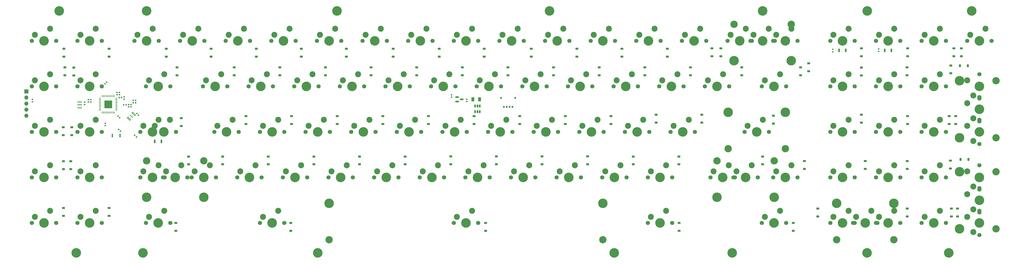
<source format=gbr>
%TF.GenerationSoftware,KiCad,Pcbnew,7.0.2*%
%TF.CreationDate,2023-07-13T16:44:56+10:00*%
%TF.ProjectId,W1-AT PCB,57312d41-5420-4504-9342-2e6b69636164,rev?*%
%TF.SameCoordinates,Original*%
%TF.FileFunction,Soldermask,Bot*%
%TF.FilePolarity,Negative*%
%FSLAX46Y46*%
G04 Gerber Fmt 4.6, Leading zero omitted, Abs format (unit mm)*
G04 Created by KiCad (PCBNEW 7.0.2) date 2023-07-13 16:44:56*
%MOMM*%
%LPD*%
G01*
G04 APERTURE LIST*
G04 Aperture macros list*
%AMRoundRect*
0 Rectangle with rounded corners*
0 $1 Rounding radius*
0 $2 $3 $4 $5 $6 $7 $8 $9 X,Y pos of 4 corners*
0 Add a 4 corners polygon primitive as box body*
4,1,4,$2,$3,$4,$5,$6,$7,$8,$9,$2,$3,0*
0 Add four circle primitives for the rounded corners*
1,1,$1+$1,$2,$3*
1,1,$1+$1,$4,$5*
1,1,$1+$1,$6,$7*
1,1,$1+$1,$8,$9*
0 Add four rect primitives between the rounded corners*
20,1,$1+$1,$2,$3,$4,$5,0*
20,1,$1+$1,$4,$5,$6,$7,0*
20,1,$1+$1,$6,$7,$8,$9,0*
20,1,$1+$1,$8,$9,$2,$3,0*%
G04 Aperture macros list end*
%ADD10C,1.750000*%
%ADD11C,4.000000*%
%ADD12C,2.500000*%
%ADD13C,3.048000*%
%ADD14C,3.987800*%
%ADD15RoundRect,0.225000X0.375000X-0.225000X0.375000X0.225000X-0.375000X0.225000X-0.375000X-0.225000X0*%
%ADD16RoundRect,0.250000X-0.375000X-0.625000X0.375000X-0.625000X0.375000X0.625000X-0.375000X0.625000X0*%
%ADD17RoundRect,0.225000X-0.375000X0.225000X-0.375000X-0.225000X0.375000X-0.225000X0.375000X0.225000X0*%
%ADD18RoundRect,0.150000X-0.150000X-0.275000X0.150000X-0.275000X0.150000X0.275000X-0.150000X0.275000X0*%
%ADD19RoundRect,0.175000X-0.175000X-0.225000X0.175000X-0.225000X0.175000X0.225000X-0.175000X0.225000X0*%
%ADD20RoundRect,0.050000X0.050000X-0.387500X0.050000X0.387500X-0.050000X0.387500X-0.050000X-0.387500X0*%
%ADD21RoundRect,0.050000X0.387500X-0.050000X0.387500X0.050000X-0.387500X0.050000X-0.387500X-0.050000X0*%
%ADD22RoundRect,0.144000X1.456000X-1.456000X1.456000X1.456000X-1.456000X1.456000X-1.456000X-1.456000X0*%
%ADD23RoundRect,0.135000X0.135000X0.185000X-0.135000X0.185000X-0.135000X-0.185000X0.135000X-0.185000X0*%
%ADD24R,1.700000X1.700000*%
%ADD25O,1.700000X1.700000*%
%ADD26RoundRect,0.135000X-0.226274X-0.035355X-0.035355X-0.226274X0.226274X0.035355X0.035355X0.226274X0*%
%ADD27RoundRect,0.140000X-0.170000X0.140000X-0.170000X-0.140000X0.170000X-0.140000X0.170000X0.140000X0*%
%ADD28RoundRect,0.150000X0.150000X-0.600000X0.150000X0.600000X-0.150000X0.600000X-0.150000X-0.600000X0*%
%ADD29RoundRect,0.225000X-0.225000X-0.375000X0.225000X-0.375000X0.225000X0.375000X-0.225000X0.375000X0*%
%ADD30RoundRect,0.135000X-0.185000X0.135000X-0.185000X-0.135000X0.185000X-0.135000X0.185000X0.135000X0*%
%ADD31RoundRect,0.140000X-0.140000X-0.170000X0.140000X-0.170000X0.140000X0.170000X-0.140000X0.170000X0*%
%ADD32RoundRect,0.140000X-0.219203X-0.021213X-0.021213X-0.219203X0.219203X0.021213X0.021213X0.219203X0*%
%ADD33RoundRect,0.140000X0.170000X-0.140000X0.170000X0.140000X-0.170000X0.140000X-0.170000X-0.140000X0*%
%ADD34RoundRect,0.135000X0.226274X0.035355X0.035355X0.226274X-0.226274X-0.035355X-0.035355X-0.226274X0*%
%ADD35RoundRect,0.150000X0.150000X-0.475000X0.150000X0.475000X-0.150000X0.475000X-0.150000X-0.475000X0*%
%ADD36RoundRect,0.137500X-0.137500X-0.612500X0.137500X-0.612500X0.137500X0.612500X-0.137500X0.612500X0*%
%ADD37RoundRect,0.140000X0.021213X-0.219203X0.219203X-0.021213X-0.021213X0.219203X-0.219203X0.021213X0*%
%ADD38RoundRect,0.135000X0.185000X-0.135000X0.185000X0.135000X-0.185000X0.135000X-0.185000X-0.135000X0*%
%ADD39RoundRect,0.150000X-0.587500X-0.150000X0.587500X-0.150000X0.587500X0.150000X-0.587500X0.150000X0*%
%ADD40O,1.900000X0.400000*%
%ADD41RoundRect,0.100000X0.850000X-0.100000X0.850000X0.100000X-0.850000X0.100000X-0.850000X-0.100000X0*%
%ADD42RoundRect,0.075000X-0.318198X-0.212132X-0.212132X-0.318198X0.318198X0.212132X0.212132X0.318198X0*%
%ADD43RoundRect,0.062500X0.494975X-0.583363X0.583363X-0.494975X-0.494975X0.583363X-0.583363X0.494975X0*%
G04 APERTURE END LIST*
D10*
%TO.C,SW2*%
X112395000Y-42862500D03*
D11*
X117475000Y-42862500D03*
D10*
X122555000Y-42862500D03*
D12*
X113665000Y-40322500D03*
X120015000Y-37782500D03*
%TD*%
D10*
%TO.C,SW56*%
X355282500Y-61912500D03*
D11*
X360362500Y-61912500D03*
D10*
X365442500Y-61912500D03*
D12*
X356552500Y-59372500D03*
X362902500Y-56832500D03*
%TD*%
D13*
%TO.C,S1*%
X160305750Y-93027500D03*
D14*
X160305750Y-108237500D03*
D13*
X184181750Y-93027500D03*
D14*
X184181750Y-108237500D03*
%TD*%
D10*
%TO.C,SW33*%
X236220000Y-100012500D03*
D11*
X241300000Y-100012500D03*
D10*
X246380000Y-100012500D03*
D12*
X237490000Y-97472500D03*
X243840000Y-94932500D03*
%TD*%
D10*
%TO.C,SW49*%
X321945000Y-80962500D03*
D11*
X327025000Y-80962500D03*
D10*
X332105000Y-80962500D03*
D12*
X323215000Y-78422500D03*
X329565000Y-75882500D03*
%TD*%
D10*
%TO.C,SW78*%
X508000000Y-124142500D03*
D11*
X508000000Y-119062500D03*
D10*
X508000000Y-113982500D03*
D12*
X505460000Y-122872500D03*
X502920000Y-116522500D03*
%TD*%
D13*
%TO.C,S4*%
X405574500Y-35877500D03*
D14*
X405574500Y-51087500D03*
D13*
X429450500Y-35877500D03*
D14*
X429450500Y-51087500D03*
%TD*%
D10*
%TO.C,SW63*%
X369570000Y-119062500D03*
D11*
X374650000Y-119062500D03*
D10*
X379730000Y-119062500D03*
D12*
X370840000Y-116522500D03*
X377190000Y-113982500D03*
%TD*%
D10*
%TO.C,SW51*%
X326707500Y-42862500D03*
D11*
X331787500Y-42862500D03*
D10*
X336867500Y-42862500D03*
D12*
X327977500Y-40322500D03*
X334327500Y-37782500D03*
%TD*%
D10*
%TO.C,SW52*%
X336232500Y-61912500D03*
D11*
X341312500Y-61912500D03*
D10*
X346392500Y-61912500D03*
D12*
X337502500Y-59372500D03*
X343852500Y-56832500D03*
%TD*%
D10*
%TO.C,SW7*%
X131445000Y-42862500D03*
D11*
X136525000Y-42862500D03*
D10*
X141605000Y-42862500D03*
D12*
X132715000Y-40322500D03*
X139065000Y-37782500D03*
%TD*%
D11*
%TO.C,H5*%
X231769670Y-131570001D03*
%TD*%
%TO.C,H2*%
X461149670Y-131575379D03*
%TD*%
D10*
%TO.C,SW97*%
X455295000Y-119062500D03*
D11*
X460375000Y-119062500D03*
D10*
X465455000Y-119062500D03*
D12*
X456565000Y-116522500D03*
X462915000Y-113982500D03*
%TD*%
D10*
%TO.C,SW70*%
X417195000Y-61912500D03*
D11*
X422275000Y-61912500D03*
D10*
X427355000Y-61912500D03*
D12*
X418465000Y-59372500D03*
X424815000Y-56832500D03*
%TD*%
D10*
%TO.C,SW30*%
X231457500Y-42862500D03*
D11*
X236537500Y-42862500D03*
D10*
X241617500Y-42862500D03*
D12*
X232727500Y-40322500D03*
X239077500Y-37782500D03*
%TD*%
D10*
%TO.C,SW37*%
X255270000Y-100012500D03*
D11*
X260350000Y-100012500D03*
D10*
X265430000Y-100012500D03*
D12*
X256540000Y-97472500D03*
X262890000Y-94932500D03*
%TD*%
D10*
%TO.C,SW81*%
X483870000Y-80962500D03*
D11*
X488950000Y-80962500D03*
D10*
X494030000Y-80962500D03*
D12*
X485140000Y-78422500D03*
X491490000Y-75882500D03*
%TD*%
D10*
%TO.C,SW14*%
X162401250Y-80962500D03*
D11*
X167481250Y-80962500D03*
D10*
X172561250Y-80962500D03*
D12*
X163671250Y-78422500D03*
X170021250Y-75882500D03*
%TD*%
D11*
%TO.C,H7*%
X461169670Y-30340001D03*
%TD*%
D10*
%TO.C,SW31*%
X240982500Y-61912500D03*
D11*
X246062500Y-61912500D03*
D10*
X251142500Y-61912500D03*
D12*
X242252500Y-59372500D03*
X248602500Y-56832500D03*
%TD*%
D10*
%TO.C,SW40*%
X279082500Y-61912500D03*
D11*
X284162500Y-61912500D03*
D10*
X289242500Y-61912500D03*
D12*
X280352500Y-59372500D03*
X286702500Y-56832500D03*
%TD*%
D10*
%TO.C,SW6*%
X112395000Y-119062500D03*
D11*
X117475000Y-119062500D03*
D10*
X122555000Y-119062500D03*
D12*
X113665000Y-116522500D03*
X120015000Y-113982500D03*
%TD*%
D10*
%TO.C,SW93*%
X445770000Y-80962500D03*
D11*
X450850000Y-80962500D03*
D10*
X455930000Y-80962500D03*
D12*
X447040000Y-78422500D03*
X453390000Y-75882500D03*
%TD*%
D10*
%TO.C,SW19*%
X188595000Y-80962500D03*
D11*
X193675000Y-80962500D03*
D10*
X198755000Y-80962500D03*
D12*
X189865000Y-78422500D03*
X196215000Y-75882500D03*
%TD*%
D10*
%TO.C,SW92*%
X395763750Y-100012500D03*
D11*
X400843750Y-100012500D03*
D10*
X405923750Y-100012500D03*
D12*
X397033750Y-97472500D03*
X403383750Y-94932500D03*
%TD*%
D10*
%TO.C,SW18*%
X183832500Y-61912500D03*
D11*
X188912500Y-61912500D03*
D10*
X193992500Y-61912500D03*
D12*
X185102500Y-59372500D03*
X191452500Y-56832500D03*
%TD*%
D10*
%TO.C,SW58*%
X350520000Y-100012500D03*
D11*
X355600000Y-100012500D03*
D10*
X360680000Y-100012500D03*
D12*
X351790000Y-97472500D03*
X358140000Y-94932500D03*
%TD*%
D10*
%TO.C,SW3*%
X112395000Y-61912500D03*
D11*
X117475000Y-61912500D03*
D10*
X122555000Y-61912500D03*
D12*
X113665000Y-59372500D03*
X120015000Y-56832500D03*
%TD*%
D10*
%TO.C,SW83*%
X464820000Y-119062500D03*
D11*
X469900000Y-119062500D03*
D10*
X474980000Y-119062500D03*
D12*
X466090000Y-116522500D03*
X472440000Y-113982500D03*
%TD*%
D11*
%TO.C,H10*%
X355579670Y-131580001D03*
%TD*%
%TO.C,H11*%
X123819670Y-30315379D03*
%TD*%
D10*
%TO.C,SW41*%
X283845000Y-80962500D03*
D11*
X288925000Y-80962500D03*
D10*
X294005000Y-80962500D03*
D12*
X285115000Y-78422500D03*
X291465000Y-75882500D03*
%TD*%
D10*
%TO.C,SW16*%
X160020000Y-119062500D03*
D11*
X165100000Y-119062500D03*
D10*
X170180000Y-119062500D03*
D12*
X161290000Y-116522500D03*
X167640000Y-113982500D03*
%TD*%
D10*
%TO.C,SW45*%
X302895000Y-80962500D03*
D11*
X307975000Y-80962500D03*
D10*
X313055000Y-80962500D03*
D12*
X304165000Y-78422500D03*
X310515000Y-75882500D03*
%TD*%
D10*
%TO.C,SW44*%
X298132500Y-61912500D03*
D11*
X303212500Y-61912500D03*
D10*
X308292500Y-61912500D03*
D12*
X299402500Y-59372500D03*
X305752500Y-56832500D03*
%TD*%
D10*
%TO.C,SW24*%
X207645000Y-80962500D03*
D11*
X212725000Y-80962500D03*
D10*
X217805000Y-80962500D03*
D12*
X208915000Y-78422500D03*
X215265000Y-75882500D03*
%TD*%
D10*
%TO.C,SW35*%
X260032500Y-61912500D03*
D11*
X265112500Y-61912500D03*
D10*
X270192500Y-61912500D03*
D12*
X261302500Y-59372500D03*
X267652500Y-56832500D03*
%TD*%
D10*
%TO.C,SW10*%
X131445000Y-100012500D03*
D11*
X136525000Y-100012500D03*
D10*
X141605000Y-100012500D03*
D12*
X132715000Y-97472500D03*
X139065000Y-94932500D03*
%TD*%
D13*
%TO.C,S8*%
X514985000Y-59499500D03*
D14*
X499775000Y-59499500D03*
D13*
X514985000Y-83375500D03*
D14*
X499775000Y-83375500D03*
%TD*%
D10*
%TO.C,SW48*%
X317182500Y-61912500D03*
D11*
X322262500Y-61912500D03*
D10*
X327342500Y-61912500D03*
D12*
X318452500Y-59372500D03*
X324802500Y-56832500D03*
%TD*%
D10*
%TO.C,SW68*%
X405288750Y-100012500D03*
D11*
X410368750Y-100012500D03*
D10*
X415448750Y-100012500D03*
D12*
X406558750Y-97472500D03*
X412908750Y-94932500D03*
%TD*%
D10*
%TO.C,SW84*%
X502920000Y-42862500D03*
D11*
X508000000Y-42862500D03*
D10*
X513080000Y-42862500D03*
D12*
X504190000Y-40322500D03*
X510540000Y-37782500D03*
%TD*%
D13*
%TO.C,S5*%
X427037500Y-87947500D03*
D14*
X427037500Y-72737500D03*
D13*
X403161500Y-87947500D03*
D14*
X403161500Y-72737500D03*
%TD*%
D10*
%TO.C,SW77*%
X464820000Y-100012500D03*
D11*
X469900000Y-100012500D03*
D10*
X474980000Y-100012500D03*
D12*
X466090000Y-97472500D03*
X472440000Y-94932500D03*
%TD*%
D10*
%TO.C,SW74*%
X464820000Y-42862500D03*
D11*
X469900000Y-42862500D03*
D10*
X474980000Y-42862500D03*
D12*
X466090000Y-40322500D03*
X472440000Y-37782500D03*
%TD*%
D10*
%TO.C,SW86*%
X508000000Y-86042500D03*
D11*
X508000000Y-80962500D03*
D10*
X508000000Y-75882500D03*
D12*
X505460000Y-84772500D03*
X502920000Y-78422500D03*
%TD*%
D13*
%TO.C,S6*%
X398430750Y-93027500D03*
D14*
X398430750Y-108237500D03*
D13*
X422306750Y-93027500D03*
D14*
X422306750Y-108237500D03*
%TD*%
D10*
%TO.C,SW75*%
X464820000Y-61912500D03*
D11*
X469900000Y-61912500D03*
D10*
X474980000Y-61912500D03*
D12*
X466090000Y-59372500D03*
X472440000Y-56832500D03*
%TD*%
D10*
%TO.C,SW54*%
X331470000Y-100012500D03*
D11*
X336550000Y-100012500D03*
D10*
X341630000Y-100012500D03*
D12*
X332740000Y-97472500D03*
X339090000Y-94932500D03*
%TD*%
D13*
%TO.C,S7*%
X472313000Y-126047500D03*
D14*
X472313000Y-110837500D03*
D13*
X448437000Y-126047500D03*
D14*
X448437000Y-110837500D03*
%TD*%
D10*
%TO.C,SW50*%
X312420000Y-100012500D03*
D11*
X317500000Y-100012500D03*
D10*
X322580000Y-100012500D03*
D12*
X313690000Y-97472500D03*
X320040000Y-94932500D03*
%TD*%
D11*
%TO.C,H3*%
X130949670Y-131570001D03*
%TD*%
D10*
%TO.C,SW42*%
X274320000Y-100012500D03*
D11*
X279400000Y-100012500D03*
D10*
X284480000Y-100012500D03*
D12*
X275590000Y-97472500D03*
X281940000Y-94932500D03*
%TD*%
D10*
%TO.C,SW28*%
X226695000Y-80962500D03*
D11*
X231775000Y-80962500D03*
D10*
X236855000Y-80962500D03*
D12*
X227965000Y-78422500D03*
X234315000Y-75882500D03*
%TD*%
D10*
%TO.C,SW23*%
X202882500Y-61912500D03*
D11*
X207962500Y-61912500D03*
D10*
X213042500Y-61912500D03*
D12*
X204152500Y-59372500D03*
X210502500Y-56832500D03*
%TD*%
D10*
%TO.C,SW38*%
X288607500Y-119045597D03*
D11*
X293687500Y-119045597D03*
D10*
X298767500Y-119045597D03*
D12*
X289877500Y-116505597D03*
X296227500Y-113965597D03*
%TD*%
D10*
%TO.C,SW20*%
X179070000Y-100012500D03*
D11*
X184150000Y-100012500D03*
D10*
X189230000Y-100012500D03*
D12*
X180340000Y-97472500D03*
X186690000Y-94932500D03*
%TD*%
D10*
%TO.C,SW47*%
X307657500Y-42862500D03*
D11*
X312737500Y-42862500D03*
D10*
X317817500Y-42862500D03*
D12*
X308927500Y-40322500D03*
X315277500Y-37782500D03*
%TD*%
D10*
%TO.C,SW73*%
X417195000Y-119062500D03*
D11*
X422275000Y-119062500D03*
D10*
X427355000Y-119062500D03*
D12*
X418465000Y-116522500D03*
X424815000Y-113982500D03*
%TD*%
D10*
%TO.C,SW87*%
X508000000Y-114617500D03*
D11*
X508000000Y-109537500D03*
D10*
X508000000Y-104457500D03*
D12*
X505460000Y-113347500D03*
X502920000Y-106997500D03*
%TD*%
D10*
%TO.C,SW12*%
X155257500Y-42862500D03*
D11*
X160337500Y-42862500D03*
D10*
X165417500Y-42862500D03*
D12*
X156527500Y-40322500D03*
X162877500Y-37782500D03*
%TD*%
D11*
%TO.C,H8*%
X495284972Y-131565379D03*
%TD*%
D10*
%TO.C,SW62*%
X369570000Y-100012500D03*
D11*
X374650000Y-100012500D03*
D10*
X379730000Y-100012500D03*
D12*
X370840000Y-97472500D03*
X377190000Y-94932500D03*
%TD*%
D11*
%TO.C,H9*%
X404804972Y-131565379D03*
%TD*%
D10*
%TO.C,SW22*%
X193357500Y-42862500D03*
D11*
X198437500Y-42862500D03*
D10*
X203517500Y-42862500D03*
D12*
X194627500Y-40322500D03*
X200977500Y-37782500D03*
%TD*%
D10*
%TO.C,SW89*%
X157638750Y-80962500D03*
D11*
X162718750Y-80962500D03*
D10*
X167798750Y-80962500D03*
D12*
X158908750Y-78422500D03*
X165258750Y-75882500D03*
%TD*%
D11*
%TO.C,H14*%
X504809670Y-30330001D03*
%TD*%
D10*
%TO.C,SW76*%
X464820000Y-80962500D03*
D11*
X469900000Y-80962500D03*
D10*
X474980000Y-80962500D03*
D12*
X466090000Y-78422500D03*
X472440000Y-75882500D03*
%TD*%
D11*
%TO.C,H1*%
X417499670Y-30320001D03*
%TD*%
D10*
%TO.C,SW21*%
X207645000Y-119062500D03*
D11*
X212725000Y-119062500D03*
D10*
X217805000Y-119062500D03*
D12*
X208915000Y-116522500D03*
X215265000Y-113982500D03*
%TD*%
D10*
%TO.C,SW82*%
X483870000Y-100012500D03*
D11*
X488950000Y-100012500D03*
D10*
X494030000Y-100012500D03*
D12*
X485140000Y-97472500D03*
X491490000Y-94932500D03*
%TD*%
D13*
%TO.C,S9*%
X514985000Y-97599500D03*
D14*
X499775000Y-97599500D03*
D13*
X514985000Y-121475500D03*
D14*
X499775000Y-121475500D03*
%TD*%
D10*
%TO.C,SW91*%
X445770000Y-61912500D03*
D11*
X450850000Y-61912500D03*
D10*
X455930000Y-61912500D03*
D12*
X447040000Y-59372500D03*
X453390000Y-56832500D03*
%TD*%
D10*
%TO.C,SW65*%
X393382500Y-61912500D03*
D11*
X398462500Y-61912500D03*
D10*
X403542500Y-61912500D03*
D12*
X394652500Y-59372500D03*
X401002500Y-56832500D03*
%TD*%
D10*
%TO.C,SW96*%
X445770000Y-100012500D03*
D11*
X450850000Y-100012500D03*
D10*
X455930000Y-100012500D03*
D12*
X447040000Y-97472500D03*
X453390000Y-94932500D03*
%TD*%
D10*
%TO.C,SW69*%
X402907500Y-42862500D03*
D11*
X407987500Y-42862500D03*
D10*
X413067500Y-42862500D03*
D12*
X404177500Y-40322500D03*
X410527500Y-37782500D03*
%TD*%
D10*
%TO.C,SW34*%
X250507500Y-42862500D03*
D11*
X255587500Y-42862500D03*
D10*
X260667500Y-42862500D03*
D12*
X251777500Y-40322500D03*
X258127500Y-37782500D03*
%TD*%
D10*
%TO.C,SW79*%
X483870000Y-42862500D03*
D11*
X488950000Y-42862500D03*
D10*
X494030000Y-42862500D03*
D12*
X485140000Y-40322500D03*
X491490000Y-37782500D03*
%TD*%
D10*
%TO.C,SW60*%
X374332500Y-61912500D03*
D11*
X379412500Y-61912500D03*
D10*
X384492500Y-61912500D03*
D12*
X375602500Y-59372500D03*
X381952500Y-56832500D03*
%TD*%
D10*
%TO.C,SW15*%
X167163750Y-100012500D03*
D11*
X172243750Y-100012500D03*
D10*
X177323750Y-100012500D03*
D12*
X168433750Y-97472500D03*
X174783750Y-94932500D03*
%TD*%
D10*
%TO.C,SW39*%
X269557500Y-42862500D03*
D11*
X274637500Y-42862500D03*
D10*
X279717500Y-42862500D03*
D12*
X270827500Y-40322500D03*
X277177500Y-37782500D03*
%TD*%
D10*
%TO.C,SW67*%
X445770000Y-42862500D03*
D11*
X450850000Y-42862500D03*
D10*
X455930000Y-42862500D03*
D12*
X447040000Y-40322500D03*
X453390000Y-37782500D03*
%TD*%
D11*
%TO.C,H13*%
X328504972Y-30315379D03*
%TD*%
%TO.C,H4*%
X158739670Y-131585379D03*
%TD*%
D10*
%TO.C,SW72*%
X421894000Y-100012500D03*
D11*
X426974000Y-100012500D03*
D10*
X432054000Y-100012500D03*
D12*
X423164000Y-97472500D03*
X429514000Y-94932500D03*
%TD*%
D10*
%TO.C,SW27*%
X221932500Y-61912500D03*
D11*
X227012500Y-61912500D03*
D10*
X232092500Y-61912500D03*
D12*
X223202500Y-59372500D03*
X229552500Y-56832500D03*
%TD*%
D10*
%TO.C,SW95*%
X508000000Y-105092500D03*
D11*
X508000000Y-100012500D03*
D10*
X508000000Y-94932500D03*
D12*
X505460000Y-103822500D03*
X502920000Y-97472500D03*
%TD*%
D10*
%TO.C,SW5*%
X112395000Y-100012500D03*
D11*
X117475000Y-100012500D03*
D10*
X122555000Y-100012500D03*
D12*
X113665000Y-97472500D03*
X120015000Y-94932500D03*
%TD*%
D10*
%TO.C,SW80*%
X483870000Y-61912500D03*
D11*
X488950000Y-61912500D03*
D10*
X494030000Y-61912500D03*
D12*
X485140000Y-59372500D03*
X491490000Y-56832500D03*
%TD*%
D10*
%TO.C,SW94*%
X508000000Y-66992500D03*
D11*
X508000000Y-61912500D03*
D10*
X508000000Y-56832500D03*
D12*
X505460000Y-65722500D03*
X502920000Y-59372500D03*
%TD*%
D10*
%TO.C,SW26*%
X212407500Y-42862500D03*
D11*
X217487500Y-42862500D03*
D10*
X222567500Y-42862500D03*
D12*
X213677500Y-40322500D03*
X220027500Y-37782500D03*
%TD*%
D10*
%TO.C,SW4*%
X112375920Y-80962500D03*
D11*
X117455920Y-80962500D03*
D10*
X122535920Y-80962500D03*
D12*
X113645920Y-78422500D03*
X119995920Y-75882500D03*
%TD*%
D13*
%TO.C,S3*%
X350837500Y-126030597D03*
D14*
X350837500Y-110820597D03*
D13*
X236537500Y-126030597D03*
D14*
X236537500Y-110820597D03*
%TD*%
D10*
%TO.C,SW46*%
X293370000Y-100012500D03*
D11*
X298450000Y-100012500D03*
D10*
X303530000Y-100012500D03*
D12*
X294640000Y-97472500D03*
X300990000Y-94932500D03*
%TD*%
D10*
%TO.C,SW98*%
X445770000Y-119062500D03*
D11*
X450850000Y-119062500D03*
D10*
X455930000Y-119062500D03*
D12*
X447040000Y-116522500D03*
X453390000Y-113982500D03*
%TD*%
D10*
%TO.C,SW61*%
X379095000Y-80962500D03*
D11*
X384175000Y-80962500D03*
D10*
X389255000Y-80962500D03*
D12*
X380365000Y-78422500D03*
X386715000Y-75882500D03*
%TD*%
D10*
%TO.C,SW11*%
X131445000Y-119062500D03*
D11*
X136525000Y-119062500D03*
D10*
X141605000Y-119062500D03*
D12*
X132715000Y-116522500D03*
X139065000Y-113982500D03*
%TD*%
D10*
%TO.C,SW43*%
X288607500Y-42862500D03*
D11*
X293687500Y-42862500D03*
D10*
X298767500Y-42862500D03*
D12*
X289877500Y-40322500D03*
X296227500Y-37782500D03*
%TD*%
D11*
%TO.C,H12*%
X160329670Y-30325379D03*
%TD*%
D10*
%TO.C,SW85*%
X508000000Y-76517500D03*
D11*
X508000000Y-71437500D03*
D10*
X508000000Y-66357500D03*
D12*
X505460000Y-75247500D03*
X502920000Y-68897500D03*
%TD*%
D10*
%TO.C,SW53*%
X340995000Y-80962500D03*
D11*
X346075000Y-80962500D03*
D10*
X351155000Y-80962500D03*
D12*
X342265000Y-78422500D03*
X348615000Y-75882500D03*
%TD*%
D10*
%TO.C,SW32*%
X245745000Y-80962500D03*
D11*
X250825000Y-80962500D03*
D10*
X255905000Y-80962500D03*
D12*
X247015000Y-78422500D03*
X253365000Y-75882500D03*
%TD*%
D10*
%TO.C,SW36*%
X264795000Y-80962500D03*
D11*
X269875000Y-80962500D03*
D10*
X274955000Y-80962500D03*
D12*
X266065000Y-78422500D03*
X272415000Y-75882500D03*
%TD*%
D11*
%TO.C,H6*%
X239784972Y-30325379D03*
%TD*%
D10*
%TO.C,SW71*%
X410019500Y-80962500D03*
D11*
X415099500Y-80962500D03*
D10*
X420179500Y-80962500D03*
D12*
X411289500Y-78422500D03*
X417639500Y-75882500D03*
%TD*%
D10*
%TO.C,SW64*%
X383857500Y-42862500D03*
D11*
X388937500Y-42862500D03*
D10*
X394017500Y-42862500D03*
D12*
X385127500Y-40322500D03*
X391477500Y-37782500D03*
%TD*%
D10*
%TO.C,SW88*%
X483870000Y-119062500D03*
D11*
X488950000Y-119062500D03*
D10*
X494030000Y-119062500D03*
D12*
X485140000Y-116522500D03*
X491490000Y-113982500D03*
%TD*%
D10*
%TO.C,SW29*%
X217170000Y-100012500D03*
D11*
X222250000Y-100012500D03*
D10*
X227330000Y-100012500D03*
D12*
X218440000Y-97472500D03*
X224790000Y-94932500D03*
%TD*%
D10*
%TO.C,SW99*%
X421957500Y-42862500D03*
D11*
X427037500Y-42862500D03*
D10*
X432117500Y-42862500D03*
D12*
X423227500Y-40322500D03*
X429577500Y-37782500D03*
%TD*%
D10*
%TO.C,SW17*%
X174307500Y-42862500D03*
D11*
X179387500Y-42862500D03*
D10*
X184467500Y-42862500D03*
D12*
X175577500Y-40322500D03*
X181927500Y-37782500D03*
%TD*%
D10*
%TO.C,SW55*%
X345757500Y-42862500D03*
D11*
X350837500Y-42862500D03*
D10*
X355917500Y-42862500D03*
D12*
X347027500Y-40322500D03*
X353377500Y-37782500D03*
%TD*%
D10*
%TO.C,SW25*%
X198120000Y-100012500D03*
D11*
X203200000Y-100012500D03*
D10*
X208280000Y-100012500D03*
D12*
X199390000Y-97472500D03*
X205740000Y-94932500D03*
%TD*%
D10*
%TO.C,SW9*%
X131445000Y-80962500D03*
D11*
X136525000Y-80962500D03*
D10*
X141605000Y-80962500D03*
D12*
X132715000Y-78422500D03*
X139065000Y-75882500D03*
%TD*%
D10*
%TO.C,SW57*%
X360045000Y-80962500D03*
D11*
X365125000Y-80962500D03*
D10*
X370205000Y-80962500D03*
D12*
X361315000Y-78422500D03*
X367665000Y-75882500D03*
%TD*%
D10*
%TO.C,SW59*%
X364807500Y-42862500D03*
D11*
X369887500Y-42862500D03*
D10*
X374967500Y-42862500D03*
D12*
X366077500Y-40322500D03*
X372427500Y-37782500D03*
%TD*%
D10*
%TO.C,SW8*%
X131445000Y-61912500D03*
D11*
X136525000Y-61912500D03*
D10*
X141605000Y-61912500D03*
D12*
X132715000Y-59372500D03*
X139065000Y-56832500D03*
%TD*%
D10*
%TO.C,SW13*%
X160020000Y-61912500D03*
D11*
X165100000Y-61912500D03*
D10*
X170180000Y-61912500D03*
D12*
X161290000Y-59372500D03*
X167640000Y-56832500D03*
%TD*%
D10*
%TO.C,SW90*%
X157638750Y-100012500D03*
D11*
X162718750Y-100012500D03*
D10*
X167798750Y-100012500D03*
D12*
X158908750Y-97472500D03*
X165258750Y-94932500D03*
%TD*%
D10*
%TO.C,SW66*%
X412432500Y-42862500D03*
D11*
X417512500Y-42862500D03*
D10*
X422592500Y-42862500D03*
D12*
X413702500Y-40322500D03*
X420052500Y-37782500D03*
%TD*%
D15*
%TO.C,D11*%
X168529000Y-49402000D03*
X168529000Y-46102000D03*
%TD*%
D16*
%TO.C,F2*%
X296542000Y-67310000D03*
X299342000Y-67310000D03*
%TD*%
D15*
%TO.C,D15*%
X172478670Y-122300000D03*
X172478670Y-119000000D03*
%TD*%
D17*
%TO.C,D56*%
X373062500Y-73756250D03*
X373062500Y-77056250D03*
%TD*%
D15*
%TO.C,D67*%
X458787500Y-49275000D03*
X458787500Y-45975000D03*
%TD*%
D17*
%TO.C,D28*%
X230187500Y-91218750D03*
X230187500Y-94518750D03*
%TD*%
D18*
%TO.C,J3*%
X309477000Y-70455000D03*
X310677000Y-70455000D03*
X311877000Y-70455000D03*
X313077000Y-70455000D03*
D19*
X308327000Y-66680000D03*
X314227000Y-66680000D03*
%TD*%
D17*
%TO.C,D57*%
X363537500Y-91218750D03*
X363537500Y-94518750D03*
%TD*%
D15*
%TO.C,D83*%
X500507000Y-49275000D03*
X500507000Y-45975000D03*
%TD*%
%TO.C,D73*%
X478028000Y-49275000D03*
X478028000Y-45975000D03*
%TD*%
D17*
%TO.C,D80*%
X495427000Y-74296000D03*
X495427000Y-77596000D03*
%TD*%
D20*
%TO.C,U4*%
X146872000Y-72811250D03*
X146472000Y-72811250D03*
X146072000Y-72811250D03*
X145672000Y-72811250D03*
X145272000Y-72811250D03*
X144872000Y-72811250D03*
X144472000Y-72811250D03*
X144072000Y-72811250D03*
X143672000Y-72811250D03*
X143272000Y-72811250D03*
X142872000Y-72811250D03*
X142472000Y-72811250D03*
X142072000Y-72811250D03*
X141672000Y-72811250D03*
D21*
X140834500Y-71973750D03*
X140834500Y-71573750D03*
X140834500Y-71173750D03*
X140834500Y-70773750D03*
X140834500Y-70373750D03*
X140834500Y-69973750D03*
X140834500Y-69573750D03*
X140834500Y-69173750D03*
X140834500Y-68773750D03*
X140834500Y-68373750D03*
X140834500Y-67973750D03*
X140834500Y-67573750D03*
X140834500Y-67173750D03*
X140834500Y-66773750D03*
D20*
X141672000Y-65936250D03*
X142072000Y-65936250D03*
X142472000Y-65936250D03*
X142872000Y-65936250D03*
X143272000Y-65936250D03*
X143672000Y-65936250D03*
X144072000Y-65936250D03*
X144472000Y-65936250D03*
X144872000Y-65936250D03*
X145272000Y-65936250D03*
X145672000Y-65936250D03*
X146072000Y-65936250D03*
X146472000Y-65936250D03*
X146872000Y-65936250D03*
D21*
X147709500Y-66773750D03*
X147709500Y-67173750D03*
X147709500Y-67573750D03*
X147709500Y-67973750D03*
X147709500Y-68373750D03*
X147709500Y-68773750D03*
X147709500Y-69173750D03*
X147709500Y-69573750D03*
X147709500Y-69973750D03*
X147709500Y-70373750D03*
X147709500Y-70773750D03*
X147709500Y-71173750D03*
X147709500Y-71573750D03*
X147709500Y-71973750D03*
D22*
X144272000Y-69373750D03*
%TD*%
D17*
%TO.C,D47*%
X330200000Y-53912500D03*
X330200000Y-57212500D03*
%TD*%
%TO.C,D39*%
X292100000Y-53912500D03*
X292100000Y-57212500D03*
%TD*%
%TO.C,D27*%
X239903000Y-74296000D03*
X239903000Y-77596000D03*
%TD*%
%TO.C,D64*%
X408781250Y-53912500D03*
X408781250Y-57212500D03*
%TD*%
D15*
%TO.C,D42*%
X301244000Y-49402000D03*
X301244000Y-46102000D03*
%TD*%
%TO.C,D33*%
X263271000Y-49402000D03*
X263271000Y-46102000D03*
%TD*%
D23*
%TO.C,R4*%
X155716670Y-68707000D03*
X154696670Y-68707000D03*
%TD*%
D17*
%TO.C,D76*%
X477901000Y-93092000D03*
X477901000Y-96392000D03*
%TD*%
%TO.C,D43*%
X311150000Y-53912500D03*
X311150000Y-57212500D03*
%TD*%
D24*
%TO.C,J2*%
X110121670Y-64008000D03*
D25*
X110121670Y-66548000D03*
X110121670Y-69088000D03*
X110121670Y-71628000D03*
X110121670Y-74168000D03*
%TD*%
D26*
%TO.C,R7*%
X148623046Y-79903376D03*
X149344294Y-80624624D03*
%TD*%
D27*
%TO.C,C10*%
X143014670Y-77371000D03*
X143014670Y-78331000D03*
%TD*%
D17*
%TO.C,D69*%
X433387500Y-53912500D03*
X433387500Y-57212500D03*
%TD*%
D15*
%TO.C,D63*%
X396367000Y-49275000D03*
X396367000Y-45975000D03*
%TD*%
D28*
%TO.C,D93*%
X449450000Y-46831250D03*
X452250000Y-46831250D03*
%TD*%
D17*
%TO.C,D14*%
X177800000Y-91218750D03*
X177800000Y-94518750D03*
%TD*%
%TO.C,D34*%
X273050000Y-53912500D03*
X273050000Y-57212500D03*
%TD*%
D29*
%TO.C,D84*%
X499874000Y-53213000D03*
X503174000Y-53213000D03*
%TD*%
D17*
%TO.C,D52*%
X354203000Y-74296000D03*
X354203000Y-77596000D03*
%TD*%
%TO.C,D88*%
X458724000Y-53976000D03*
X458724000Y-57276000D03*
%TD*%
%TO.C,D85*%
X498094000Y-74296000D03*
X498094000Y-77596000D03*
%TD*%
%TO.C,D23*%
X220853000Y-74296000D03*
X220853000Y-77596000D03*
%TD*%
%TO.C,D89*%
X458787500Y-73756250D03*
X458787500Y-77056250D03*
%TD*%
D29*
%TO.C,D86*%
X500127000Y-92456000D03*
X503427000Y-92456000D03*
%TD*%
D15*
%TO.C,D6*%
X144653000Y-49402000D03*
X144653000Y-46102000D03*
%TD*%
D17*
%TO.C,D48*%
X335153000Y-74296000D03*
X335153000Y-77596000D03*
%TD*%
D15*
%TO.C,D78*%
X497332000Y-49275000D03*
X497332000Y-45975000D03*
%TD*%
D28*
%TO.C,D92*%
X163700000Y-84931250D03*
X166500000Y-84931250D03*
%TD*%
D30*
%TO.C,R6*%
X112661670Y-67308000D03*
X112661670Y-68328000D03*
%TD*%
D31*
%TO.C,C6*%
X150777000Y-69596000D03*
X151737000Y-69596000D03*
%TD*%
D15*
%TO.C,D20*%
X220472000Y-122300000D03*
X220472000Y-119000000D03*
%TD*%
D17*
%TO.C,D74*%
X477837500Y-53912500D03*
X477837500Y-57212500D03*
%TD*%
%TO.C,D79*%
X496093750Y-53118750D03*
X496093750Y-56418750D03*
%TD*%
D15*
%TO.C,D58*%
X377698000Y-49402000D03*
X377698000Y-46102000D03*
%TD*%
D17*
%TO.C,D71*%
X434975000Y-93092000D03*
X434975000Y-96392000D03*
%TD*%
D15*
%TO.C,D8*%
X129032000Y-82295000D03*
X129032000Y-78995000D03*
%TD*%
D17*
%TO.C,D10*%
X144653000Y-112777000D03*
X144653000Y-116077000D03*
%TD*%
%TO.C,D81*%
X495935000Y-92965000D03*
X495935000Y-96265000D03*
%TD*%
D32*
%TO.C,C4*%
X148377589Y-74336589D03*
X149056411Y-75015411D03*
%TD*%
D27*
%TO.C,C11*%
X152781000Y-69497000D03*
X152781000Y-70457000D03*
%TD*%
D33*
%TO.C,C3*%
X150876000Y-67254000D03*
X150876000Y-66294000D03*
%TD*%
D34*
%TO.C,R2*%
X156062624Y-83037624D03*
X155341376Y-82316376D03*
%TD*%
D17*
%TO.C,D7*%
X129921000Y-53975000D03*
X129921000Y-57275000D03*
%TD*%
D15*
%TO.C,D50*%
X339979000Y-49402000D03*
X339979000Y-46102000D03*
%TD*%
D33*
%TO.C,C8*%
X137033000Y-68425000D03*
X137033000Y-67465000D03*
%TD*%
D17*
%TO.C,D24*%
X211137500Y-91218750D03*
X211137500Y-94518750D03*
%TD*%
D33*
%TO.C,C9*%
X148971000Y-65377000D03*
X148971000Y-64417000D03*
%TD*%
D15*
%TO.C,D46*%
X320929000Y-49402000D03*
X320929000Y-46102000D03*
%TD*%
D17*
%TO.C,D70*%
X422021000Y-74169000D03*
X422021000Y-77469000D03*
%TD*%
D15*
%TO.C,D68*%
X400050000Y-49275000D03*
X400050000Y-45975000D03*
%TD*%
D35*
%TO.C,U3*%
X299400000Y-72422000D03*
X298450000Y-72422000D03*
X297500000Y-72497000D03*
X297500000Y-70072000D03*
X298450000Y-70072000D03*
X299400000Y-70072000D03*
%TD*%
D15*
%TO.C,D38*%
X282448000Y-49402000D03*
X282448000Y-46102000D03*
%TD*%
D17*
%TO.C,D91*%
X440563000Y-113031000D03*
X440563000Y-116331000D03*
%TD*%
D23*
%TO.C,R5*%
X155716670Y-67691000D03*
X154696670Y-67691000D03*
%TD*%
D15*
%TO.C,D25*%
X224917000Y-49402000D03*
X224917000Y-46102000D03*
%TD*%
D17*
%TO.C,D5*%
X125603000Y-112777000D03*
X125603000Y-116077000D03*
%TD*%
%TO.C,D90*%
X460375000Y-93092000D03*
X460375000Y-96392000D03*
%TD*%
%TO.C,D87*%
X498856000Y-113031000D03*
X498856000Y-116331000D03*
%TD*%
D15*
%TO.C,D1*%
X125742670Y-49403000D03*
X125742670Y-46103000D03*
%TD*%
D17*
%TO.C,D77*%
X477901000Y-113031000D03*
X477901000Y-116331000D03*
%TD*%
%TO.C,D17*%
X196850000Y-53912500D03*
X196850000Y-57212500D03*
%TD*%
D15*
%TO.C,D54*%
X358775000Y-49402000D03*
X358775000Y-46102000D03*
%TD*%
D17*
%TO.C,D59*%
X387350000Y-53912500D03*
X387350000Y-57212500D03*
%TD*%
D28*
%TO.C,D94*%
X468500000Y-46831250D03*
X471300000Y-46831250D03*
%TD*%
D15*
%TO.C,D3*%
X125476000Y-82294000D03*
X125476000Y-78994000D03*
%TD*%
D17*
%TO.C,D32*%
X249237500Y-91218750D03*
X249237500Y-94518750D03*
%TD*%
%TO.C,D26*%
X234950000Y-53912500D03*
X234950000Y-57212500D03*
%TD*%
D33*
%TO.C,C5*%
X147955000Y-65377000D03*
X147955000Y-64417000D03*
%TD*%
D17*
%TO.C,D41*%
X287337500Y-91187000D03*
X287337500Y-94487000D03*
%TD*%
%TO.C,D53*%
X344487500Y-91187000D03*
X344487500Y-94487000D03*
%TD*%
%TO.C,D82*%
X496316000Y-113031000D03*
X496316000Y-116331000D03*
%TD*%
D32*
%TO.C,C17*%
X156264259Y-73193589D03*
X156943081Y-73872411D03*
%TD*%
D27*
%TO.C,C15*%
X294017670Y-67310000D03*
X294017670Y-68270000D03*
%TD*%
D17*
%TO.C,D2*%
X126206250Y-53912500D03*
X126206250Y-57212500D03*
%TD*%
%TO.C,D45*%
X306387500Y-91187000D03*
X306387500Y-94487000D03*
%TD*%
D30*
%TO.C,R1*%
X134378670Y-68449001D03*
X134378670Y-69469001D03*
%TD*%
D15*
%TO.C,D37*%
X301891670Y-122300000D03*
X301891670Y-119000000D03*
%TD*%
D33*
%TO.C,C16*%
X287667670Y-66393000D03*
X287667670Y-65433000D03*
%TD*%
D17*
%TO.C,D51*%
X349250000Y-53912500D03*
X349250000Y-57212500D03*
%TD*%
D15*
%TO.C,D72*%
X430288670Y-122300000D03*
X430288670Y-119000000D03*
%TD*%
D17*
%TO.C,D75*%
X478028000Y-74296000D03*
X478028000Y-77596000D03*
%TD*%
D31*
%TO.C,C7*%
X148872000Y-66548000D03*
X149832000Y-66548000D03*
%TD*%
D17*
%TO.C,D18*%
X201803000Y-74296000D03*
X201803000Y-77596000D03*
%TD*%
D15*
%TO.C,D62*%
X382663670Y-122300000D03*
X382663670Y-119000000D03*
%TD*%
D17*
%TO.C,D40*%
X297053000Y-74296000D03*
X297053000Y-77596000D03*
%TD*%
D33*
%TO.C,C13*%
X136017000Y-68397000D03*
X136017000Y-67437000D03*
%TD*%
D17*
%TO.C,D12*%
X173037500Y-53912500D03*
X173037500Y-57212500D03*
%TD*%
D15*
%TO.C,D65*%
X436753000Y-55497000D03*
X436753000Y-52197000D03*
%TD*%
D17*
%TO.C,D30*%
X254000000Y-53912500D03*
X254000000Y-57212500D03*
%TD*%
%TO.C,D22*%
X215900000Y-53912500D03*
X215900000Y-57212500D03*
%TD*%
D27*
%TO.C,C14*%
X153797000Y-69497000D03*
X153797000Y-70457000D03*
%TD*%
D17*
%TO.C,D60*%
X392112500Y-73756250D03*
X392112500Y-77056250D03*
%TD*%
%TO.C,D4*%
X125603000Y-93219000D03*
X125603000Y-96519000D03*
%TD*%
D36*
%TO.C,SW1*%
X145987670Y-82423000D03*
X149237670Y-82423000D03*
%TD*%
D17*
%TO.C,D19*%
X192087500Y-91218750D03*
X192087500Y-94518750D03*
%TD*%
D37*
%TO.C,C12*%
X142916589Y-60791411D03*
X143595411Y-60112589D03*
%TD*%
D17*
%TO.C,D66*%
X417512500Y-91218750D03*
X417512500Y-94518750D03*
%TD*%
D38*
%TO.C,R3*%
X446786000Y-47371000D03*
X446786000Y-46351000D03*
%TD*%
D17*
%TO.C,D44*%
X316103000Y-74296000D03*
X316103000Y-77596000D03*
%TD*%
%TO.C,D49*%
X325437500Y-91187000D03*
X325437500Y-94487000D03*
%TD*%
%TO.C,D31*%
X258953000Y-74296000D03*
X258953000Y-77596000D03*
%TD*%
D15*
%TO.C,D29*%
X243713000Y-49402000D03*
X243713000Y-46102000D03*
%TD*%
D17*
%TO.C,D35*%
X278003000Y-74296000D03*
X278003000Y-77596000D03*
%TD*%
D15*
%TO.C,D21*%
X206121000Y-49402000D03*
X206121000Y-46102000D03*
%TD*%
D39*
%TO.C,U1*%
X289971000Y-68260000D03*
X289971000Y-66360000D03*
X291846000Y-67310000D03*
%TD*%
D17*
%TO.C,D36*%
X268287500Y-91218750D03*
X268287500Y-94518750D03*
%TD*%
D38*
%TO.C,R8*%
X465963000Y-47244000D03*
X465963000Y-46224000D03*
%TD*%
D15*
%TO.C,D16*%
X187198000Y-49402000D03*
X187198000Y-46102000D03*
%TD*%
D17*
%TO.C,D13*%
X174752000Y-75185000D03*
X174752000Y-78485000D03*
%TD*%
D40*
%TO.C,Y2*%
X132387142Y-70814500D03*
D41*
X132387142Y-69614500D03*
X132387142Y-68414500D03*
%TD*%
D17*
%TO.C,D55*%
X368300000Y-53912500D03*
X368300000Y-57212500D03*
%TD*%
%TO.C,D9*%
X128651000Y-93219000D03*
X128651000Y-96519000D03*
%TD*%
D42*
%TO.C,U2*%
X153477051Y-75942280D03*
X153123498Y-75588727D03*
X152769944Y-75235173D03*
X152416391Y-74881620D03*
X154396290Y-72901721D03*
X154749843Y-73255274D03*
X155103397Y-73608828D03*
X155456950Y-73962381D03*
D43*
X153936670Y-74422000D03*
%TD*%
D17*
%TO.C,D61*%
X382587500Y-91218750D03*
X382587500Y-94518750D03*
%TD*%
M02*

</source>
